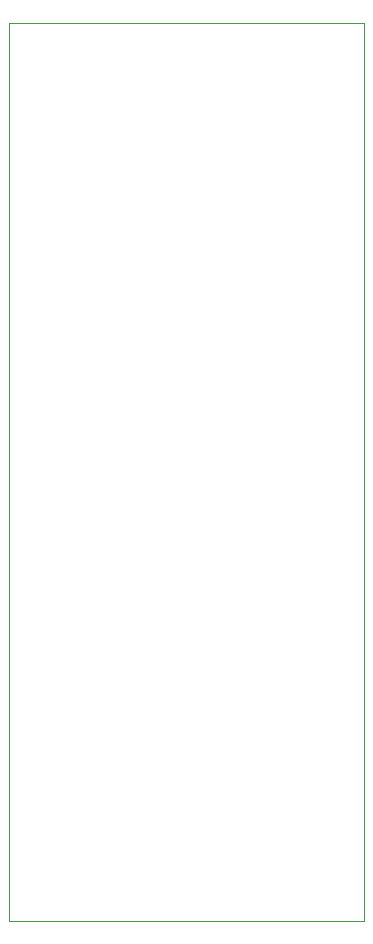
<source format=gm1>
%TF.GenerationSoftware,KiCad,Pcbnew,(6.0.1)*%
%TF.CreationDate,2022-09-30T20:28:54-04:00*%
%TF.ProjectId,SYNTH-VCO_CTL-03,53594e54-482d-4564-934f-5f43544c2d30,1*%
%TF.SameCoordinates,Original*%
%TF.FileFunction,Profile,NP*%
%FSLAX46Y46*%
G04 Gerber Fmt 4.6, Leading zero omitted, Abs format (unit mm)*
G04 Created by KiCad (PCBNEW (6.0.1)) date 2022-09-30 20:28:54*
%MOMM*%
%LPD*%
G01*
G04 APERTURE LIST*
%TA.AperFunction,Profile*%
%ADD10C,0.100000*%
%TD*%
G04 APERTURE END LIST*
D10*
X120154000Y-57100000D02*
X150154000Y-57100000D01*
X150154000Y-57100000D02*
X150154000Y-133100000D01*
X150154000Y-133100000D02*
X120154000Y-133100000D01*
X120154000Y-133100000D02*
X120154000Y-57100000D01*
M02*

</source>
